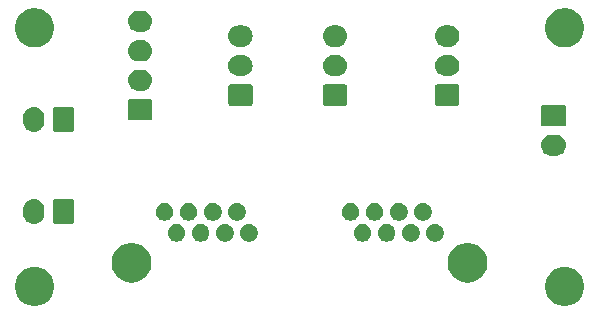
<source format=gbr>
G04 #@! TF.GenerationSoftware,KiCad,Pcbnew,(5.1.5)-3*
G04 #@! TF.CreationDate,2020-06-22T20:56:45+02:00*
G04 #@! TF.ProjectId,PCB Interface imprimante 3d,50434220-496e-4746-9572-666163652069,rev?*
G04 #@! TF.SameCoordinates,Original*
G04 #@! TF.FileFunction,Soldermask,Bot*
G04 #@! TF.FilePolarity,Negative*
%FSLAX46Y46*%
G04 Gerber Fmt 4.6, Leading zero omitted, Abs format (unit mm)*
G04 Created by KiCad (PCBNEW (5.1.5)-3) date 2020-06-22 20:56:45*
%MOMM*%
%LPD*%
G04 APERTURE LIST*
%ADD10C,0.100000*%
G04 APERTURE END LIST*
D10*
G36*
X148825256Y-123841298D02*
G01*
X148931579Y-123862447D01*
X149232042Y-123986903D01*
X149502451Y-124167585D01*
X149732415Y-124397549D01*
X149913097Y-124667958D01*
X150037553Y-124968421D01*
X150101000Y-125287391D01*
X150101000Y-125612609D01*
X150037553Y-125931579D01*
X149913097Y-126232042D01*
X149732415Y-126502451D01*
X149502451Y-126732415D01*
X149232042Y-126913097D01*
X148931579Y-127037553D01*
X148825256Y-127058702D01*
X148612611Y-127101000D01*
X148287389Y-127101000D01*
X148074744Y-127058702D01*
X147968421Y-127037553D01*
X147667958Y-126913097D01*
X147397549Y-126732415D01*
X147167585Y-126502451D01*
X146986903Y-126232042D01*
X146862447Y-125931579D01*
X146799000Y-125612609D01*
X146799000Y-125287391D01*
X146862447Y-124968421D01*
X146986903Y-124667958D01*
X147167585Y-124397549D01*
X147397549Y-124167585D01*
X147667958Y-123986903D01*
X147968421Y-123862447D01*
X148074744Y-123841298D01*
X148287389Y-123799000D01*
X148612611Y-123799000D01*
X148825256Y-123841298D01*
G37*
G36*
X103925256Y-123841298D02*
G01*
X104031579Y-123862447D01*
X104332042Y-123986903D01*
X104602451Y-124167585D01*
X104832415Y-124397549D01*
X105013097Y-124667958D01*
X105137553Y-124968421D01*
X105201000Y-125287391D01*
X105201000Y-125612609D01*
X105137553Y-125931579D01*
X105013097Y-126232042D01*
X104832415Y-126502451D01*
X104602451Y-126732415D01*
X104332042Y-126913097D01*
X104031579Y-127037553D01*
X103925256Y-127058702D01*
X103712611Y-127101000D01*
X103387389Y-127101000D01*
X103174744Y-127058702D01*
X103068421Y-127037553D01*
X102767958Y-126913097D01*
X102497549Y-126732415D01*
X102267585Y-126502451D01*
X102086903Y-126232042D01*
X101962447Y-125931579D01*
X101899000Y-125612609D01*
X101899000Y-125287391D01*
X101962447Y-124968421D01*
X102086903Y-124667958D01*
X102267585Y-124397549D01*
X102497549Y-124167585D01*
X102767958Y-123986903D01*
X103068421Y-123862447D01*
X103174744Y-123841298D01*
X103387389Y-123799000D01*
X103712611Y-123799000D01*
X103925256Y-123841298D01*
G37*
G36*
X112263871Y-121838408D02*
G01*
X112568883Y-121964748D01*
X112843387Y-122148166D01*
X113076834Y-122381613D01*
X113260252Y-122656117D01*
X113386592Y-122961129D01*
X113451000Y-123284928D01*
X113451000Y-123615072D01*
X113386592Y-123938871D01*
X113260252Y-124243883D01*
X113076834Y-124518387D01*
X112843387Y-124751834D01*
X112568883Y-124935252D01*
X112263871Y-125061592D01*
X112101971Y-125093796D01*
X111940073Y-125126000D01*
X111609927Y-125126000D01*
X111448029Y-125093796D01*
X111286129Y-125061592D01*
X110981117Y-124935252D01*
X110706613Y-124751834D01*
X110473166Y-124518387D01*
X110289748Y-124243883D01*
X110163408Y-123938871D01*
X110099000Y-123615072D01*
X110099000Y-123284928D01*
X110163408Y-122961129D01*
X110289748Y-122656117D01*
X110473166Y-122381613D01*
X110706613Y-122148166D01*
X110981117Y-121964748D01*
X111286129Y-121838408D01*
X111609927Y-121774000D01*
X111940073Y-121774000D01*
X112263871Y-121838408D01*
G37*
G36*
X140713871Y-121838408D02*
G01*
X141018883Y-121964748D01*
X141293387Y-122148166D01*
X141526834Y-122381613D01*
X141710252Y-122656117D01*
X141836592Y-122961129D01*
X141901000Y-123284928D01*
X141901000Y-123615072D01*
X141836592Y-123938871D01*
X141710252Y-124243883D01*
X141526834Y-124518387D01*
X141293387Y-124751834D01*
X141018883Y-124935252D01*
X140713871Y-125061592D01*
X140551971Y-125093796D01*
X140390073Y-125126000D01*
X140059927Y-125126000D01*
X139898029Y-125093796D01*
X139736129Y-125061592D01*
X139431117Y-124935252D01*
X139156613Y-124751834D01*
X138923166Y-124518387D01*
X138739748Y-124243883D01*
X138613408Y-123938871D01*
X138549000Y-123615072D01*
X138549000Y-123284928D01*
X138613408Y-122961129D01*
X138739748Y-122656117D01*
X138923166Y-122381613D01*
X139156613Y-122148166D01*
X139431117Y-121964748D01*
X139736129Y-121838408D01*
X140059927Y-121774000D01*
X140390073Y-121774000D01*
X140713871Y-121838408D01*
G37*
G36*
X133594059Y-120187860D02*
G01*
X133730732Y-120244472D01*
X133853735Y-120326660D01*
X133958340Y-120431265D01*
X134040528Y-120554268D01*
X134097140Y-120690941D01*
X134126000Y-120836033D01*
X134126000Y-120983967D01*
X134097140Y-121129059D01*
X134040528Y-121265732D01*
X133958340Y-121388735D01*
X133853735Y-121493340D01*
X133730732Y-121575528D01*
X133730731Y-121575529D01*
X133730730Y-121575529D01*
X133594059Y-121632140D01*
X133448968Y-121661000D01*
X133301032Y-121661000D01*
X133155941Y-121632140D01*
X133019270Y-121575529D01*
X133019269Y-121575529D01*
X133019268Y-121575528D01*
X132896265Y-121493340D01*
X132791660Y-121388735D01*
X132709472Y-121265732D01*
X132652860Y-121129059D01*
X132624000Y-120983967D01*
X132624000Y-120836033D01*
X132652860Y-120690941D01*
X132709472Y-120554268D01*
X132791660Y-120431265D01*
X132896265Y-120326660D01*
X133019268Y-120244472D01*
X133155941Y-120187860D01*
X133301032Y-120159000D01*
X133448968Y-120159000D01*
X133594059Y-120187860D01*
G37*
G36*
X121925059Y-120187860D02*
G01*
X122061732Y-120244472D01*
X122184735Y-120326660D01*
X122289340Y-120431265D01*
X122371528Y-120554268D01*
X122428140Y-120690941D01*
X122457000Y-120836033D01*
X122457000Y-120983967D01*
X122428140Y-121129059D01*
X122371528Y-121265732D01*
X122289340Y-121388735D01*
X122184735Y-121493340D01*
X122061732Y-121575528D01*
X122061731Y-121575529D01*
X122061730Y-121575529D01*
X121925059Y-121632140D01*
X121779968Y-121661000D01*
X121632032Y-121661000D01*
X121486941Y-121632140D01*
X121350270Y-121575529D01*
X121350269Y-121575529D01*
X121350268Y-121575528D01*
X121227265Y-121493340D01*
X121122660Y-121388735D01*
X121040472Y-121265732D01*
X120983860Y-121129059D01*
X120955000Y-120983967D01*
X120955000Y-120836033D01*
X120983860Y-120690941D01*
X121040472Y-120554268D01*
X121122660Y-120431265D01*
X121227265Y-120326660D01*
X121350268Y-120244472D01*
X121486941Y-120187860D01*
X121632032Y-120159000D01*
X121779968Y-120159000D01*
X121925059Y-120187860D01*
G37*
G36*
X119885059Y-120187860D02*
G01*
X120021732Y-120244472D01*
X120144735Y-120326660D01*
X120249340Y-120431265D01*
X120331528Y-120554268D01*
X120388140Y-120690941D01*
X120417000Y-120836033D01*
X120417000Y-120983967D01*
X120388140Y-121129059D01*
X120331528Y-121265732D01*
X120249340Y-121388735D01*
X120144735Y-121493340D01*
X120021732Y-121575528D01*
X120021731Y-121575529D01*
X120021730Y-121575529D01*
X119885059Y-121632140D01*
X119739968Y-121661000D01*
X119592032Y-121661000D01*
X119446941Y-121632140D01*
X119310270Y-121575529D01*
X119310269Y-121575529D01*
X119310268Y-121575528D01*
X119187265Y-121493340D01*
X119082660Y-121388735D01*
X119000472Y-121265732D01*
X118943860Y-121129059D01*
X118915000Y-120983967D01*
X118915000Y-120836033D01*
X118943860Y-120690941D01*
X119000472Y-120554268D01*
X119082660Y-120431265D01*
X119187265Y-120326660D01*
X119310268Y-120244472D01*
X119446941Y-120187860D01*
X119592032Y-120159000D01*
X119739968Y-120159000D01*
X119885059Y-120187860D01*
G37*
G36*
X117845059Y-120187860D02*
G01*
X117981732Y-120244472D01*
X118104735Y-120326660D01*
X118209340Y-120431265D01*
X118291528Y-120554268D01*
X118348140Y-120690941D01*
X118377000Y-120836033D01*
X118377000Y-120983967D01*
X118348140Y-121129059D01*
X118291528Y-121265732D01*
X118209340Y-121388735D01*
X118104735Y-121493340D01*
X117981732Y-121575528D01*
X117981731Y-121575529D01*
X117981730Y-121575529D01*
X117845059Y-121632140D01*
X117699968Y-121661000D01*
X117552032Y-121661000D01*
X117406941Y-121632140D01*
X117270270Y-121575529D01*
X117270269Y-121575529D01*
X117270268Y-121575528D01*
X117147265Y-121493340D01*
X117042660Y-121388735D01*
X116960472Y-121265732D01*
X116903860Y-121129059D01*
X116875000Y-120983967D01*
X116875000Y-120836033D01*
X116903860Y-120690941D01*
X116960472Y-120554268D01*
X117042660Y-120431265D01*
X117147265Y-120326660D01*
X117270268Y-120244472D01*
X117406941Y-120187860D01*
X117552032Y-120159000D01*
X117699968Y-120159000D01*
X117845059Y-120187860D01*
G37*
G36*
X131554059Y-120187860D02*
G01*
X131690732Y-120244472D01*
X131813735Y-120326660D01*
X131918340Y-120431265D01*
X132000528Y-120554268D01*
X132057140Y-120690941D01*
X132086000Y-120836033D01*
X132086000Y-120983967D01*
X132057140Y-121129059D01*
X132000528Y-121265732D01*
X131918340Y-121388735D01*
X131813735Y-121493340D01*
X131690732Y-121575528D01*
X131690731Y-121575529D01*
X131690730Y-121575529D01*
X131554059Y-121632140D01*
X131408968Y-121661000D01*
X131261032Y-121661000D01*
X131115941Y-121632140D01*
X130979270Y-121575529D01*
X130979269Y-121575529D01*
X130979268Y-121575528D01*
X130856265Y-121493340D01*
X130751660Y-121388735D01*
X130669472Y-121265732D01*
X130612860Y-121129059D01*
X130584000Y-120983967D01*
X130584000Y-120836033D01*
X130612860Y-120690941D01*
X130669472Y-120554268D01*
X130751660Y-120431265D01*
X130856265Y-120326660D01*
X130979268Y-120244472D01*
X131115941Y-120187860D01*
X131261032Y-120159000D01*
X131408968Y-120159000D01*
X131554059Y-120187860D01*
G37*
G36*
X115804059Y-120187860D02*
G01*
X115940732Y-120244472D01*
X116063735Y-120326660D01*
X116168340Y-120431265D01*
X116250528Y-120554268D01*
X116307140Y-120690941D01*
X116336000Y-120836033D01*
X116336000Y-120983967D01*
X116307140Y-121129059D01*
X116250528Y-121265732D01*
X116168340Y-121388735D01*
X116063735Y-121493340D01*
X115940732Y-121575528D01*
X115940731Y-121575529D01*
X115940730Y-121575529D01*
X115804059Y-121632140D01*
X115658968Y-121661000D01*
X115511032Y-121661000D01*
X115365941Y-121632140D01*
X115229270Y-121575529D01*
X115229269Y-121575529D01*
X115229268Y-121575528D01*
X115106265Y-121493340D01*
X115001660Y-121388735D01*
X114919472Y-121265732D01*
X114862860Y-121129059D01*
X114834000Y-120983967D01*
X114834000Y-120836033D01*
X114862860Y-120690941D01*
X114919472Y-120554268D01*
X115001660Y-120431265D01*
X115106265Y-120326660D01*
X115229268Y-120244472D01*
X115365941Y-120187860D01*
X115511032Y-120159000D01*
X115658968Y-120159000D01*
X115804059Y-120187860D01*
G37*
G36*
X135634059Y-120187860D02*
G01*
X135770732Y-120244472D01*
X135893735Y-120326660D01*
X135998340Y-120431265D01*
X136080528Y-120554268D01*
X136137140Y-120690941D01*
X136166000Y-120836033D01*
X136166000Y-120983967D01*
X136137140Y-121129059D01*
X136080528Y-121265732D01*
X135998340Y-121388735D01*
X135893735Y-121493340D01*
X135770732Y-121575528D01*
X135770731Y-121575529D01*
X135770730Y-121575529D01*
X135634059Y-121632140D01*
X135488968Y-121661000D01*
X135341032Y-121661000D01*
X135195941Y-121632140D01*
X135059270Y-121575529D01*
X135059269Y-121575529D01*
X135059268Y-121575528D01*
X134936265Y-121493340D01*
X134831660Y-121388735D01*
X134749472Y-121265732D01*
X134692860Y-121129059D01*
X134664000Y-120983967D01*
X134664000Y-120836033D01*
X134692860Y-120690941D01*
X134749472Y-120554268D01*
X134831660Y-120431265D01*
X134936265Y-120326660D01*
X135059268Y-120244472D01*
X135195941Y-120187860D01*
X135341032Y-120159000D01*
X135488968Y-120159000D01*
X135634059Y-120187860D01*
G37*
G36*
X137674059Y-120187860D02*
G01*
X137810732Y-120244472D01*
X137933735Y-120326660D01*
X138038340Y-120431265D01*
X138120528Y-120554268D01*
X138177140Y-120690941D01*
X138206000Y-120836033D01*
X138206000Y-120983967D01*
X138177140Y-121129059D01*
X138120528Y-121265732D01*
X138038340Y-121388735D01*
X137933735Y-121493340D01*
X137810732Y-121575528D01*
X137810731Y-121575529D01*
X137810730Y-121575529D01*
X137674059Y-121632140D01*
X137528968Y-121661000D01*
X137381032Y-121661000D01*
X137235941Y-121632140D01*
X137099270Y-121575529D01*
X137099269Y-121575529D01*
X137099268Y-121575528D01*
X136976265Y-121493340D01*
X136871660Y-121388735D01*
X136789472Y-121265732D01*
X136732860Y-121129059D01*
X136704000Y-120983967D01*
X136704000Y-120836033D01*
X136732860Y-120690941D01*
X136789472Y-120554268D01*
X136871660Y-120431265D01*
X136976265Y-120326660D01*
X137099268Y-120244472D01*
X137235941Y-120187860D01*
X137381032Y-120159000D01*
X137528968Y-120159000D01*
X137674059Y-120187860D01*
G37*
G36*
X103676627Y-118062037D02*
G01*
X103846466Y-118113557D01*
X104002991Y-118197222D01*
X104038729Y-118226552D01*
X104140186Y-118309814D01*
X104220649Y-118407860D01*
X104252778Y-118447009D01*
X104336443Y-118603534D01*
X104387963Y-118773374D01*
X104401000Y-118905743D01*
X104401000Y-119294258D01*
X104387963Y-119426627D01*
X104336443Y-119596466D01*
X104252778Y-119752991D01*
X104223448Y-119788729D01*
X104140186Y-119890186D01*
X104002989Y-120002779D01*
X103846467Y-120086442D01*
X103846465Y-120086443D01*
X103676626Y-120137963D01*
X103500000Y-120155359D01*
X103323373Y-120137963D01*
X103153534Y-120086443D01*
X102997009Y-120002778D01*
X102954750Y-119968097D01*
X102859814Y-119890186D01*
X102747221Y-119752989D01*
X102663558Y-119596467D01*
X102629967Y-119485732D01*
X102612037Y-119426626D01*
X102599000Y-119294257D01*
X102599000Y-118905742D01*
X102612037Y-118773373D01*
X102663557Y-118603534D01*
X102747222Y-118447009D01*
X102859815Y-118309815D01*
X102997010Y-118197222D01*
X103153535Y-118113557D01*
X103323374Y-118062037D01*
X103500000Y-118044641D01*
X103676627Y-118062037D01*
G37*
G36*
X106758600Y-118052989D02*
G01*
X106791652Y-118063015D01*
X106822103Y-118079292D01*
X106848799Y-118101201D01*
X106870708Y-118127897D01*
X106886985Y-118158348D01*
X106897011Y-118191400D01*
X106901000Y-118231903D01*
X106901000Y-119968097D01*
X106897011Y-120008600D01*
X106886985Y-120041652D01*
X106870708Y-120072103D01*
X106848799Y-120098799D01*
X106822103Y-120120708D01*
X106791652Y-120136985D01*
X106758600Y-120147011D01*
X106718097Y-120151000D01*
X105281903Y-120151000D01*
X105241400Y-120147011D01*
X105208348Y-120136985D01*
X105177897Y-120120708D01*
X105151201Y-120098799D01*
X105129292Y-120072103D01*
X105113015Y-120041652D01*
X105102989Y-120008600D01*
X105099000Y-119968097D01*
X105099000Y-118231903D01*
X105102989Y-118191400D01*
X105113015Y-118158348D01*
X105129292Y-118127897D01*
X105151201Y-118101201D01*
X105177897Y-118079292D01*
X105208348Y-118063015D01*
X105241400Y-118052989D01*
X105281903Y-118049000D01*
X106718097Y-118049000D01*
X106758600Y-118052989D01*
G37*
G36*
X134614059Y-118407860D02*
G01*
X134750732Y-118464472D01*
X134873735Y-118546660D01*
X134978340Y-118651265D01*
X135059931Y-118773375D01*
X135060529Y-118774270D01*
X135117140Y-118910941D01*
X135146000Y-119056032D01*
X135146000Y-119203968D01*
X135117140Y-119349059D01*
X135085012Y-119426624D01*
X135060528Y-119485732D01*
X134978340Y-119608735D01*
X134873735Y-119713340D01*
X134750732Y-119795528D01*
X134750731Y-119795529D01*
X134750730Y-119795529D01*
X134614059Y-119852140D01*
X134468968Y-119881000D01*
X134321032Y-119881000D01*
X134175941Y-119852140D01*
X134039270Y-119795529D01*
X134039269Y-119795529D01*
X134039268Y-119795528D01*
X133916265Y-119713340D01*
X133811660Y-119608735D01*
X133729472Y-119485732D01*
X133704989Y-119426624D01*
X133672860Y-119349059D01*
X133644000Y-119203968D01*
X133644000Y-119056032D01*
X133672860Y-118910941D01*
X133729471Y-118774270D01*
X133730069Y-118773375D01*
X133811660Y-118651265D01*
X133916265Y-118546660D01*
X134039268Y-118464472D01*
X134175941Y-118407860D01*
X134321032Y-118379000D01*
X134468968Y-118379000D01*
X134614059Y-118407860D01*
G37*
G36*
X136654059Y-118407860D02*
G01*
X136790732Y-118464472D01*
X136913735Y-118546660D01*
X137018340Y-118651265D01*
X137099931Y-118773375D01*
X137100529Y-118774270D01*
X137157140Y-118910941D01*
X137186000Y-119056032D01*
X137186000Y-119203968D01*
X137157140Y-119349059D01*
X137125012Y-119426624D01*
X137100528Y-119485732D01*
X137018340Y-119608735D01*
X136913735Y-119713340D01*
X136790732Y-119795528D01*
X136790731Y-119795529D01*
X136790730Y-119795529D01*
X136654059Y-119852140D01*
X136508968Y-119881000D01*
X136361032Y-119881000D01*
X136215941Y-119852140D01*
X136079270Y-119795529D01*
X136079269Y-119795529D01*
X136079268Y-119795528D01*
X135956265Y-119713340D01*
X135851660Y-119608735D01*
X135769472Y-119485732D01*
X135744989Y-119426624D01*
X135712860Y-119349059D01*
X135684000Y-119203968D01*
X135684000Y-119056032D01*
X135712860Y-118910941D01*
X135769471Y-118774270D01*
X135770069Y-118773375D01*
X135851660Y-118651265D01*
X135956265Y-118546660D01*
X136079268Y-118464472D01*
X136215941Y-118407860D01*
X136361032Y-118379000D01*
X136508968Y-118379000D01*
X136654059Y-118407860D01*
G37*
G36*
X118865059Y-118407860D02*
G01*
X119001732Y-118464472D01*
X119124735Y-118546660D01*
X119229340Y-118651265D01*
X119310931Y-118773375D01*
X119311529Y-118774270D01*
X119368140Y-118910941D01*
X119397000Y-119056032D01*
X119397000Y-119203968D01*
X119368140Y-119349059D01*
X119336012Y-119426624D01*
X119311528Y-119485732D01*
X119229340Y-119608735D01*
X119124735Y-119713340D01*
X119001732Y-119795528D01*
X119001731Y-119795529D01*
X119001730Y-119795529D01*
X118865059Y-119852140D01*
X118719968Y-119881000D01*
X118572032Y-119881000D01*
X118426941Y-119852140D01*
X118290270Y-119795529D01*
X118290269Y-119795529D01*
X118290268Y-119795528D01*
X118167265Y-119713340D01*
X118062660Y-119608735D01*
X117980472Y-119485732D01*
X117955989Y-119426624D01*
X117923860Y-119349059D01*
X117895000Y-119203968D01*
X117895000Y-119056032D01*
X117923860Y-118910941D01*
X117980471Y-118774270D01*
X117981069Y-118773375D01*
X118062660Y-118651265D01*
X118167265Y-118546660D01*
X118290268Y-118464472D01*
X118426941Y-118407860D01*
X118572032Y-118379000D01*
X118719968Y-118379000D01*
X118865059Y-118407860D01*
G37*
G36*
X132574059Y-118407860D02*
G01*
X132710732Y-118464472D01*
X132833735Y-118546660D01*
X132938340Y-118651265D01*
X133019931Y-118773375D01*
X133020529Y-118774270D01*
X133077140Y-118910941D01*
X133106000Y-119056032D01*
X133106000Y-119203968D01*
X133077140Y-119349059D01*
X133045012Y-119426624D01*
X133020528Y-119485732D01*
X132938340Y-119608735D01*
X132833735Y-119713340D01*
X132710732Y-119795528D01*
X132710731Y-119795529D01*
X132710730Y-119795529D01*
X132574059Y-119852140D01*
X132428968Y-119881000D01*
X132281032Y-119881000D01*
X132135941Y-119852140D01*
X131999270Y-119795529D01*
X131999269Y-119795529D01*
X131999268Y-119795528D01*
X131876265Y-119713340D01*
X131771660Y-119608735D01*
X131689472Y-119485732D01*
X131664989Y-119426624D01*
X131632860Y-119349059D01*
X131604000Y-119203968D01*
X131604000Y-119056032D01*
X131632860Y-118910941D01*
X131689471Y-118774270D01*
X131690069Y-118773375D01*
X131771660Y-118651265D01*
X131876265Y-118546660D01*
X131999268Y-118464472D01*
X132135941Y-118407860D01*
X132281032Y-118379000D01*
X132428968Y-118379000D01*
X132574059Y-118407860D01*
G37*
G36*
X114784059Y-118407860D02*
G01*
X114920732Y-118464472D01*
X115043735Y-118546660D01*
X115148340Y-118651265D01*
X115229931Y-118773375D01*
X115230529Y-118774270D01*
X115287140Y-118910941D01*
X115316000Y-119056032D01*
X115316000Y-119203968D01*
X115287140Y-119349059D01*
X115255012Y-119426624D01*
X115230528Y-119485732D01*
X115148340Y-119608735D01*
X115043735Y-119713340D01*
X114920732Y-119795528D01*
X114920731Y-119795529D01*
X114920730Y-119795529D01*
X114784059Y-119852140D01*
X114638968Y-119881000D01*
X114491032Y-119881000D01*
X114345941Y-119852140D01*
X114209270Y-119795529D01*
X114209269Y-119795529D01*
X114209268Y-119795528D01*
X114086265Y-119713340D01*
X113981660Y-119608735D01*
X113899472Y-119485732D01*
X113874989Y-119426624D01*
X113842860Y-119349059D01*
X113814000Y-119203968D01*
X113814000Y-119056032D01*
X113842860Y-118910941D01*
X113899471Y-118774270D01*
X113900069Y-118773375D01*
X113981660Y-118651265D01*
X114086265Y-118546660D01*
X114209268Y-118464472D01*
X114345941Y-118407860D01*
X114491032Y-118379000D01*
X114638968Y-118379000D01*
X114784059Y-118407860D01*
G37*
G36*
X120905059Y-118407860D02*
G01*
X121041732Y-118464472D01*
X121164735Y-118546660D01*
X121269340Y-118651265D01*
X121350931Y-118773375D01*
X121351529Y-118774270D01*
X121408140Y-118910941D01*
X121437000Y-119056032D01*
X121437000Y-119203968D01*
X121408140Y-119349059D01*
X121376012Y-119426624D01*
X121351528Y-119485732D01*
X121269340Y-119608735D01*
X121164735Y-119713340D01*
X121041732Y-119795528D01*
X121041731Y-119795529D01*
X121041730Y-119795529D01*
X120905059Y-119852140D01*
X120759968Y-119881000D01*
X120612032Y-119881000D01*
X120466941Y-119852140D01*
X120330270Y-119795529D01*
X120330269Y-119795529D01*
X120330268Y-119795528D01*
X120207265Y-119713340D01*
X120102660Y-119608735D01*
X120020472Y-119485732D01*
X119995989Y-119426624D01*
X119963860Y-119349059D01*
X119935000Y-119203968D01*
X119935000Y-119056032D01*
X119963860Y-118910941D01*
X120020471Y-118774270D01*
X120021069Y-118773375D01*
X120102660Y-118651265D01*
X120207265Y-118546660D01*
X120330268Y-118464472D01*
X120466941Y-118407860D01*
X120612032Y-118379000D01*
X120759968Y-118379000D01*
X120905059Y-118407860D01*
G37*
G36*
X130534059Y-118407860D02*
G01*
X130670732Y-118464472D01*
X130793735Y-118546660D01*
X130898340Y-118651265D01*
X130979931Y-118773375D01*
X130980529Y-118774270D01*
X131037140Y-118910941D01*
X131066000Y-119056032D01*
X131066000Y-119203968D01*
X131037140Y-119349059D01*
X131005012Y-119426624D01*
X130980528Y-119485732D01*
X130898340Y-119608735D01*
X130793735Y-119713340D01*
X130670732Y-119795528D01*
X130670731Y-119795529D01*
X130670730Y-119795529D01*
X130534059Y-119852140D01*
X130388968Y-119881000D01*
X130241032Y-119881000D01*
X130095941Y-119852140D01*
X129959270Y-119795529D01*
X129959269Y-119795529D01*
X129959268Y-119795528D01*
X129836265Y-119713340D01*
X129731660Y-119608735D01*
X129649472Y-119485732D01*
X129624989Y-119426624D01*
X129592860Y-119349059D01*
X129564000Y-119203968D01*
X129564000Y-119056032D01*
X129592860Y-118910941D01*
X129649471Y-118774270D01*
X129650069Y-118773375D01*
X129731660Y-118651265D01*
X129836265Y-118546660D01*
X129959268Y-118464472D01*
X130095941Y-118407860D01*
X130241032Y-118379000D01*
X130388968Y-118379000D01*
X130534059Y-118407860D01*
G37*
G36*
X116824059Y-118407860D02*
G01*
X116960732Y-118464472D01*
X117083735Y-118546660D01*
X117188340Y-118651265D01*
X117269931Y-118773375D01*
X117270529Y-118774270D01*
X117327140Y-118910941D01*
X117356000Y-119056032D01*
X117356000Y-119203968D01*
X117327140Y-119349059D01*
X117295012Y-119426624D01*
X117270528Y-119485732D01*
X117188340Y-119608735D01*
X117083735Y-119713340D01*
X116960732Y-119795528D01*
X116960731Y-119795529D01*
X116960730Y-119795529D01*
X116824059Y-119852140D01*
X116678968Y-119881000D01*
X116531032Y-119881000D01*
X116385941Y-119852140D01*
X116249270Y-119795529D01*
X116249269Y-119795529D01*
X116249268Y-119795528D01*
X116126265Y-119713340D01*
X116021660Y-119608735D01*
X115939472Y-119485732D01*
X115914989Y-119426624D01*
X115882860Y-119349059D01*
X115854000Y-119203968D01*
X115854000Y-119056032D01*
X115882860Y-118910941D01*
X115939471Y-118774270D01*
X115940069Y-118773375D01*
X116021660Y-118651265D01*
X116126265Y-118546660D01*
X116249268Y-118464472D01*
X116385941Y-118407860D01*
X116531032Y-118379000D01*
X116678968Y-118379000D01*
X116824059Y-118407860D01*
G37*
G36*
X147760443Y-112605519D02*
G01*
X147826627Y-112612037D01*
X147996466Y-112663557D01*
X148152991Y-112747222D01*
X148188729Y-112776552D01*
X148290186Y-112859814D01*
X148373448Y-112961271D01*
X148402778Y-112997009D01*
X148486443Y-113153534D01*
X148537963Y-113323373D01*
X148555359Y-113500000D01*
X148537963Y-113676627D01*
X148486443Y-113846466D01*
X148402778Y-114002991D01*
X148373448Y-114038729D01*
X148290186Y-114140186D01*
X148188729Y-114223448D01*
X148152991Y-114252778D01*
X147996466Y-114336443D01*
X147826627Y-114387963D01*
X147760443Y-114394481D01*
X147694260Y-114401000D01*
X147305740Y-114401000D01*
X147239557Y-114394481D01*
X147173373Y-114387963D01*
X147003534Y-114336443D01*
X146847009Y-114252778D01*
X146811271Y-114223448D01*
X146709814Y-114140186D01*
X146626552Y-114038729D01*
X146597222Y-114002991D01*
X146513557Y-113846466D01*
X146462037Y-113676627D01*
X146444641Y-113500000D01*
X146462037Y-113323373D01*
X146513557Y-113153534D01*
X146597222Y-112997009D01*
X146626552Y-112961271D01*
X146709814Y-112859814D01*
X146811271Y-112776552D01*
X146847009Y-112747222D01*
X147003534Y-112663557D01*
X147173373Y-112612037D01*
X147239557Y-112605519D01*
X147305740Y-112599000D01*
X147694260Y-112599000D01*
X147760443Y-112605519D01*
G37*
G36*
X103676627Y-110262037D02*
G01*
X103846466Y-110313557D01*
X104002991Y-110397222D01*
X104038729Y-110426552D01*
X104140186Y-110509814D01*
X104223448Y-110611271D01*
X104252778Y-110647009D01*
X104336443Y-110803534D01*
X104387963Y-110973374D01*
X104401000Y-111105743D01*
X104401000Y-111494258D01*
X104387963Y-111626627D01*
X104336443Y-111796466D01*
X104252778Y-111952991D01*
X104223448Y-111988729D01*
X104140186Y-112090186D01*
X104002989Y-112202779D01*
X103846467Y-112286442D01*
X103846465Y-112286443D01*
X103676626Y-112337963D01*
X103500000Y-112355359D01*
X103323373Y-112337963D01*
X103153534Y-112286443D01*
X102997009Y-112202778D01*
X102954750Y-112168097D01*
X102859814Y-112090186D01*
X102747221Y-111952989D01*
X102663558Y-111796467D01*
X102652071Y-111758600D01*
X102612037Y-111626626D01*
X102599000Y-111494257D01*
X102599000Y-111105742D01*
X102612037Y-110973373D01*
X102663557Y-110803534D01*
X102747222Y-110647009D01*
X102859815Y-110509815D01*
X102997010Y-110397222D01*
X103153535Y-110313557D01*
X103323374Y-110262037D01*
X103500000Y-110244641D01*
X103676627Y-110262037D01*
G37*
G36*
X106758600Y-110252989D02*
G01*
X106791652Y-110263015D01*
X106822103Y-110279292D01*
X106848799Y-110301201D01*
X106870708Y-110327897D01*
X106886985Y-110358348D01*
X106897011Y-110391400D01*
X106901000Y-110431903D01*
X106901000Y-112168097D01*
X106897011Y-112208600D01*
X106886985Y-112241652D01*
X106870708Y-112272103D01*
X106848799Y-112298799D01*
X106822103Y-112320708D01*
X106791652Y-112336985D01*
X106758600Y-112347011D01*
X106718097Y-112351000D01*
X105281903Y-112351000D01*
X105241400Y-112347011D01*
X105208348Y-112336985D01*
X105177897Y-112320708D01*
X105151201Y-112298799D01*
X105129292Y-112272103D01*
X105113015Y-112241652D01*
X105102989Y-112208600D01*
X105099000Y-112168097D01*
X105099000Y-110431903D01*
X105102989Y-110391400D01*
X105113015Y-110358348D01*
X105129292Y-110327897D01*
X105151201Y-110301201D01*
X105177897Y-110279292D01*
X105208348Y-110263015D01*
X105241400Y-110252989D01*
X105281903Y-110249000D01*
X106718097Y-110249000D01*
X106758600Y-110252989D01*
G37*
G36*
X148408600Y-110102989D02*
G01*
X148441652Y-110113015D01*
X148472103Y-110129292D01*
X148498799Y-110151201D01*
X148520708Y-110177897D01*
X148536985Y-110208348D01*
X148547011Y-110241400D01*
X148551000Y-110281903D01*
X148551000Y-111718097D01*
X148547011Y-111758600D01*
X148536985Y-111791652D01*
X148520708Y-111822103D01*
X148498799Y-111848799D01*
X148472103Y-111870708D01*
X148441652Y-111886985D01*
X148408600Y-111897011D01*
X148368097Y-111901000D01*
X146631903Y-111901000D01*
X146591400Y-111897011D01*
X146558348Y-111886985D01*
X146527897Y-111870708D01*
X146501201Y-111848799D01*
X146479292Y-111822103D01*
X146463015Y-111791652D01*
X146452989Y-111758600D01*
X146449000Y-111718097D01*
X146449000Y-110281903D01*
X146452989Y-110241400D01*
X146463015Y-110208348D01*
X146479292Y-110177897D01*
X146501201Y-110151201D01*
X146527897Y-110129292D01*
X146558348Y-110113015D01*
X146591400Y-110102989D01*
X146631903Y-110099000D01*
X148368097Y-110099000D01*
X148408600Y-110102989D01*
G37*
G36*
X113383600Y-109602989D02*
G01*
X113416652Y-109613015D01*
X113447103Y-109629292D01*
X113473799Y-109651201D01*
X113495708Y-109677897D01*
X113511985Y-109708348D01*
X113522011Y-109741400D01*
X113526000Y-109781903D01*
X113526000Y-111218097D01*
X113522011Y-111258600D01*
X113511985Y-111291652D01*
X113495708Y-111322103D01*
X113473799Y-111348799D01*
X113447103Y-111370708D01*
X113416652Y-111386985D01*
X113383600Y-111397011D01*
X113343097Y-111401000D01*
X111656903Y-111401000D01*
X111616400Y-111397011D01*
X111583348Y-111386985D01*
X111552897Y-111370708D01*
X111526201Y-111348799D01*
X111504292Y-111322103D01*
X111488015Y-111291652D01*
X111477989Y-111258600D01*
X111474000Y-111218097D01*
X111474000Y-109781903D01*
X111477989Y-109741400D01*
X111488015Y-109708348D01*
X111504292Y-109677897D01*
X111526201Y-109651201D01*
X111552897Y-109629292D01*
X111583348Y-109613015D01*
X111616400Y-109602989D01*
X111656903Y-109599000D01*
X113343097Y-109599000D01*
X113383600Y-109602989D01*
G37*
G36*
X121883600Y-108352989D02*
G01*
X121916652Y-108363015D01*
X121947103Y-108379292D01*
X121973799Y-108401201D01*
X121995708Y-108427897D01*
X122011985Y-108458348D01*
X122022011Y-108491400D01*
X122026000Y-108531903D01*
X122026000Y-109968097D01*
X122022011Y-110008600D01*
X122011985Y-110041652D01*
X121995708Y-110072103D01*
X121973799Y-110098799D01*
X121947103Y-110120708D01*
X121916652Y-110136985D01*
X121883600Y-110147011D01*
X121843097Y-110151000D01*
X120156903Y-110151000D01*
X120116400Y-110147011D01*
X120083348Y-110136985D01*
X120052897Y-110120708D01*
X120026201Y-110098799D01*
X120004292Y-110072103D01*
X119988015Y-110041652D01*
X119977989Y-110008600D01*
X119974000Y-109968097D01*
X119974000Y-108531903D01*
X119977989Y-108491400D01*
X119988015Y-108458348D01*
X120004292Y-108427897D01*
X120026201Y-108401201D01*
X120052897Y-108379292D01*
X120083348Y-108363015D01*
X120116400Y-108352989D01*
X120156903Y-108349000D01*
X121843097Y-108349000D01*
X121883600Y-108352989D01*
G37*
G36*
X129883600Y-108352989D02*
G01*
X129916652Y-108363015D01*
X129947103Y-108379292D01*
X129973799Y-108401201D01*
X129995708Y-108427897D01*
X130011985Y-108458348D01*
X130022011Y-108491400D01*
X130026000Y-108531903D01*
X130026000Y-109968097D01*
X130022011Y-110008600D01*
X130011985Y-110041652D01*
X129995708Y-110072103D01*
X129973799Y-110098799D01*
X129947103Y-110120708D01*
X129916652Y-110136985D01*
X129883600Y-110147011D01*
X129843097Y-110151000D01*
X128156903Y-110151000D01*
X128116400Y-110147011D01*
X128083348Y-110136985D01*
X128052897Y-110120708D01*
X128026201Y-110098799D01*
X128004292Y-110072103D01*
X127988015Y-110041652D01*
X127977989Y-110008600D01*
X127974000Y-109968097D01*
X127974000Y-108531903D01*
X127977989Y-108491400D01*
X127988015Y-108458348D01*
X128004292Y-108427897D01*
X128026201Y-108401201D01*
X128052897Y-108379292D01*
X128083348Y-108363015D01*
X128116400Y-108352989D01*
X128156903Y-108349000D01*
X129843097Y-108349000D01*
X129883600Y-108352989D01*
G37*
G36*
X139383600Y-108352989D02*
G01*
X139416652Y-108363015D01*
X139447103Y-108379292D01*
X139473799Y-108401201D01*
X139495708Y-108427897D01*
X139511985Y-108458348D01*
X139522011Y-108491400D01*
X139526000Y-108531903D01*
X139526000Y-109968097D01*
X139522011Y-110008600D01*
X139511985Y-110041652D01*
X139495708Y-110072103D01*
X139473799Y-110098799D01*
X139447103Y-110120708D01*
X139416652Y-110136985D01*
X139383600Y-110147011D01*
X139343097Y-110151000D01*
X137656903Y-110151000D01*
X137616400Y-110147011D01*
X137583348Y-110136985D01*
X137552897Y-110120708D01*
X137526201Y-110098799D01*
X137504292Y-110072103D01*
X137488015Y-110041652D01*
X137477989Y-110008600D01*
X137474000Y-109968097D01*
X137474000Y-108531903D01*
X137477989Y-108491400D01*
X137488015Y-108458348D01*
X137504292Y-108427897D01*
X137526201Y-108401201D01*
X137552897Y-108379292D01*
X137583348Y-108363015D01*
X137616400Y-108352989D01*
X137656903Y-108349000D01*
X139343097Y-108349000D01*
X139383600Y-108352989D01*
G37*
G36*
X112735443Y-107105519D02*
G01*
X112801627Y-107112037D01*
X112971466Y-107163557D01*
X113127991Y-107247222D01*
X113135020Y-107252991D01*
X113265186Y-107359814D01*
X113348448Y-107461271D01*
X113377778Y-107497009D01*
X113461443Y-107653534D01*
X113512963Y-107823373D01*
X113530359Y-108000000D01*
X113512963Y-108176627D01*
X113461443Y-108346466D01*
X113377778Y-108502991D01*
X113369901Y-108512589D01*
X113265186Y-108640186D01*
X113163729Y-108723448D01*
X113127991Y-108752778D01*
X112971466Y-108836443D01*
X112801627Y-108887963D01*
X112735442Y-108894482D01*
X112669260Y-108901000D01*
X112330740Y-108901000D01*
X112264558Y-108894482D01*
X112198373Y-108887963D01*
X112028534Y-108836443D01*
X111872009Y-108752778D01*
X111836271Y-108723448D01*
X111734814Y-108640186D01*
X111630099Y-108512589D01*
X111622222Y-108502991D01*
X111538557Y-108346466D01*
X111487037Y-108176627D01*
X111469641Y-108000000D01*
X111487037Y-107823373D01*
X111538557Y-107653534D01*
X111622222Y-107497009D01*
X111651552Y-107461271D01*
X111734814Y-107359814D01*
X111864980Y-107252991D01*
X111872009Y-107247222D01*
X112028534Y-107163557D01*
X112198373Y-107112037D01*
X112264557Y-107105519D01*
X112330740Y-107099000D01*
X112669260Y-107099000D01*
X112735443Y-107105519D01*
G37*
G36*
X121235443Y-105855519D02*
G01*
X121301627Y-105862037D01*
X121471466Y-105913557D01*
X121627991Y-105997222D01*
X121635020Y-106002991D01*
X121765186Y-106109814D01*
X121848448Y-106211271D01*
X121877778Y-106247009D01*
X121961443Y-106403534D01*
X122012963Y-106573373D01*
X122030359Y-106750000D01*
X122012963Y-106926627D01*
X121961443Y-107096466D01*
X121877778Y-107252991D01*
X121848448Y-107288729D01*
X121765186Y-107390186D01*
X121663729Y-107473448D01*
X121627991Y-107502778D01*
X121471466Y-107586443D01*
X121301627Y-107637963D01*
X121235442Y-107644482D01*
X121169260Y-107651000D01*
X120830740Y-107651000D01*
X120764558Y-107644482D01*
X120698373Y-107637963D01*
X120528534Y-107586443D01*
X120372009Y-107502778D01*
X120336271Y-107473448D01*
X120234814Y-107390186D01*
X120151552Y-107288729D01*
X120122222Y-107252991D01*
X120038557Y-107096466D01*
X119987037Y-106926627D01*
X119969641Y-106750000D01*
X119987037Y-106573373D01*
X120038557Y-106403534D01*
X120122222Y-106247009D01*
X120151552Y-106211271D01*
X120234814Y-106109814D01*
X120364980Y-106002991D01*
X120372009Y-105997222D01*
X120528534Y-105913557D01*
X120698373Y-105862037D01*
X120764557Y-105855519D01*
X120830740Y-105849000D01*
X121169260Y-105849000D01*
X121235443Y-105855519D01*
G37*
G36*
X138735443Y-105855519D02*
G01*
X138801627Y-105862037D01*
X138971466Y-105913557D01*
X139127991Y-105997222D01*
X139135020Y-106002991D01*
X139265186Y-106109814D01*
X139348448Y-106211271D01*
X139377778Y-106247009D01*
X139461443Y-106403534D01*
X139512963Y-106573373D01*
X139530359Y-106750000D01*
X139512963Y-106926627D01*
X139461443Y-107096466D01*
X139377778Y-107252991D01*
X139348448Y-107288729D01*
X139265186Y-107390186D01*
X139163729Y-107473448D01*
X139127991Y-107502778D01*
X138971466Y-107586443D01*
X138801627Y-107637963D01*
X138735442Y-107644482D01*
X138669260Y-107651000D01*
X138330740Y-107651000D01*
X138264558Y-107644482D01*
X138198373Y-107637963D01*
X138028534Y-107586443D01*
X137872009Y-107502778D01*
X137836271Y-107473448D01*
X137734814Y-107390186D01*
X137651552Y-107288729D01*
X137622222Y-107252991D01*
X137538557Y-107096466D01*
X137487037Y-106926627D01*
X137469641Y-106750000D01*
X137487037Y-106573373D01*
X137538557Y-106403534D01*
X137622222Y-106247009D01*
X137651552Y-106211271D01*
X137734814Y-106109814D01*
X137864980Y-106002991D01*
X137872009Y-105997222D01*
X138028534Y-105913557D01*
X138198373Y-105862037D01*
X138264557Y-105855519D01*
X138330740Y-105849000D01*
X138669260Y-105849000D01*
X138735443Y-105855519D01*
G37*
G36*
X129235443Y-105855519D02*
G01*
X129301627Y-105862037D01*
X129471466Y-105913557D01*
X129627991Y-105997222D01*
X129635020Y-106002991D01*
X129765186Y-106109814D01*
X129848448Y-106211271D01*
X129877778Y-106247009D01*
X129961443Y-106403534D01*
X130012963Y-106573373D01*
X130030359Y-106750000D01*
X130012963Y-106926627D01*
X129961443Y-107096466D01*
X129877778Y-107252991D01*
X129848448Y-107288729D01*
X129765186Y-107390186D01*
X129663729Y-107473448D01*
X129627991Y-107502778D01*
X129471466Y-107586443D01*
X129301627Y-107637963D01*
X129235442Y-107644482D01*
X129169260Y-107651000D01*
X128830740Y-107651000D01*
X128764558Y-107644482D01*
X128698373Y-107637963D01*
X128528534Y-107586443D01*
X128372009Y-107502778D01*
X128336271Y-107473448D01*
X128234814Y-107390186D01*
X128151552Y-107288729D01*
X128122222Y-107252991D01*
X128038557Y-107096466D01*
X127987037Y-106926627D01*
X127969641Y-106750000D01*
X127987037Y-106573373D01*
X128038557Y-106403534D01*
X128122222Y-106247009D01*
X128151552Y-106211271D01*
X128234814Y-106109814D01*
X128364980Y-106002991D01*
X128372009Y-105997222D01*
X128528534Y-105913557D01*
X128698373Y-105862037D01*
X128764557Y-105855519D01*
X128830740Y-105849000D01*
X129169260Y-105849000D01*
X129235443Y-105855519D01*
G37*
G36*
X112735443Y-104605519D02*
G01*
X112801627Y-104612037D01*
X112971466Y-104663557D01*
X113127991Y-104747222D01*
X113135020Y-104752991D01*
X113265186Y-104859814D01*
X113348448Y-104961271D01*
X113377778Y-104997009D01*
X113461443Y-105153534D01*
X113512963Y-105323373D01*
X113530359Y-105500000D01*
X113512963Y-105676627D01*
X113461443Y-105846466D01*
X113377778Y-106002991D01*
X113348448Y-106038729D01*
X113265186Y-106140186D01*
X113163729Y-106223448D01*
X113127991Y-106252778D01*
X112971466Y-106336443D01*
X112801627Y-106387963D01*
X112735442Y-106394482D01*
X112669260Y-106401000D01*
X112330740Y-106401000D01*
X112264558Y-106394482D01*
X112198373Y-106387963D01*
X112028534Y-106336443D01*
X111872009Y-106252778D01*
X111836271Y-106223448D01*
X111734814Y-106140186D01*
X111651552Y-106038729D01*
X111622222Y-106002991D01*
X111538557Y-105846466D01*
X111487037Y-105676627D01*
X111469641Y-105500000D01*
X111487037Y-105323373D01*
X111538557Y-105153534D01*
X111622222Y-104997009D01*
X111651552Y-104961271D01*
X111734814Y-104859814D01*
X111864980Y-104752991D01*
X111872009Y-104747222D01*
X112028534Y-104663557D01*
X112198373Y-104612037D01*
X112264558Y-104605518D01*
X112330740Y-104599000D01*
X112669260Y-104599000D01*
X112735443Y-104605519D01*
G37*
G36*
X103925256Y-101941298D02*
G01*
X104031579Y-101962447D01*
X104332042Y-102086903D01*
X104602451Y-102267585D01*
X104832415Y-102497549D01*
X104936641Y-102653534D01*
X105013098Y-102767960D01*
X105137553Y-103068422D01*
X105201000Y-103387389D01*
X105201000Y-103712611D01*
X105194157Y-103747011D01*
X105137553Y-104031579D01*
X105013097Y-104332042D01*
X104832415Y-104602451D01*
X104602451Y-104832415D01*
X104332042Y-105013097D01*
X104031579Y-105137553D01*
X103963976Y-105151000D01*
X103712611Y-105201000D01*
X103387389Y-105201000D01*
X103136024Y-105151000D01*
X103068421Y-105137553D01*
X102767958Y-105013097D01*
X102497549Y-104832415D01*
X102267585Y-104602451D01*
X102086903Y-104332042D01*
X101962447Y-104031579D01*
X101905843Y-103747011D01*
X101899000Y-103712611D01*
X101899000Y-103387389D01*
X101962447Y-103068422D01*
X102086902Y-102767960D01*
X102163359Y-102653534D01*
X102267585Y-102497549D01*
X102497549Y-102267585D01*
X102767958Y-102086903D01*
X103068421Y-101962447D01*
X103174744Y-101941298D01*
X103387389Y-101899000D01*
X103712611Y-101899000D01*
X103925256Y-101941298D01*
G37*
G36*
X148825256Y-101941298D02*
G01*
X148931579Y-101962447D01*
X149232042Y-102086903D01*
X149502451Y-102267585D01*
X149732415Y-102497549D01*
X149836641Y-102653534D01*
X149913098Y-102767960D01*
X150037553Y-103068422D01*
X150101000Y-103387389D01*
X150101000Y-103712611D01*
X150094157Y-103747011D01*
X150037553Y-104031579D01*
X149913097Y-104332042D01*
X149732415Y-104602451D01*
X149502451Y-104832415D01*
X149232042Y-105013097D01*
X148931579Y-105137553D01*
X148863976Y-105151000D01*
X148612611Y-105201000D01*
X148287389Y-105201000D01*
X148036024Y-105151000D01*
X147968421Y-105137553D01*
X147667958Y-105013097D01*
X147397549Y-104832415D01*
X147167585Y-104602451D01*
X146986903Y-104332042D01*
X146862447Y-104031579D01*
X146805843Y-103747011D01*
X146799000Y-103712611D01*
X146799000Y-103387389D01*
X146862447Y-103068422D01*
X146986902Y-102767960D01*
X147063359Y-102653534D01*
X147167585Y-102497549D01*
X147397549Y-102267585D01*
X147667958Y-102086903D01*
X147968421Y-101962447D01*
X148074744Y-101941298D01*
X148287389Y-101899000D01*
X148612611Y-101899000D01*
X148825256Y-101941298D01*
G37*
G36*
X138735442Y-103355518D02*
G01*
X138801627Y-103362037D01*
X138971466Y-103413557D01*
X139127991Y-103497222D01*
X139135020Y-103502991D01*
X139265186Y-103609814D01*
X139348448Y-103711271D01*
X139377778Y-103747009D01*
X139461443Y-103903534D01*
X139512963Y-104073373D01*
X139530359Y-104250000D01*
X139512963Y-104426627D01*
X139461443Y-104596466D01*
X139377778Y-104752991D01*
X139348448Y-104788729D01*
X139265186Y-104890186D01*
X139163729Y-104973448D01*
X139127991Y-105002778D01*
X138971466Y-105086443D01*
X138801627Y-105137963D01*
X138735442Y-105144482D01*
X138669260Y-105151000D01*
X138330740Y-105151000D01*
X138264558Y-105144482D01*
X138198373Y-105137963D01*
X138028534Y-105086443D01*
X137872009Y-105002778D01*
X137836271Y-104973448D01*
X137734814Y-104890186D01*
X137651552Y-104788729D01*
X137622222Y-104752991D01*
X137538557Y-104596466D01*
X137487037Y-104426627D01*
X137469641Y-104250000D01*
X137487037Y-104073373D01*
X137538557Y-103903534D01*
X137622222Y-103747009D01*
X137651552Y-103711271D01*
X137734814Y-103609814D01*
X137864980Y-103502991D01*
X137872009Y-103497222D01*
X138028534Y-103413557D01*
X138198373Y-103362037D01*
X138264558Y-103355518D01*
X138330740Y-103349000D01*
X138669260Y-103349000D01*
X138735442Y-103355518D01*
G37*
G36*
X121235442Y-103355518D02*
G01*
X121301627Y-103362037D01*
X121471466Y-103413557D01*
X121627991Y-103497222D01*
X121635020Y-103502991D01*
X121765186Y-103609814D01*
X121848448Y-103711271D01*
X121877778Y-103747009D01*
X121961443Y-103903534D01*
X122012963Y-104073373D01*
X122030359Y-104250000D01*
X122012963Y-104426627D01*
X121961443Y-104596466D01*
X121877778Y-104752991D01*
X121848448Y-104788729D01*
X121765186Y-104890186D01*
X121663729Y-104973448D01*
X121627991Y-105002778D01*
X121471466Y-105086443D01*
X121301627Y-105137963D01*
X121235442Y-105144482D01*
X121169260Y-105151000D01*
X120830740Y-105151000D01*
X120764558Y-105144482D01*
X120698373Y-105137963D01*
X120528534Y-105086443D01*
X120372009Y-105002778D01*
X120336271Y-104973448D01*
X120234814Y-104890186D01*
X120151552Y-104788729D01*
X120122222Y-104752991D01*
X120038557Y-104596466D01*
X119987037Y-104426627D01*
X119969641Y-104250000D01*
X119987037Y-104073373D01*
X120038557Y-103903534D01*
X120122222Y-103747009D01*
X120151552Y-103711271D01*
X120234814Y-103609814D01*
X120364980Y-103502991D01*
X120372009Y-103497222D01*
X120528534Y-103413557D01*
X120698373Y-103362037D01*
X120764558Y-103355518D01*
X120830740Y-103349000D01*
X121169260Y-103349000D01*
X121235442Y-103355518D01*
G37*
G36*
X129235442Y-103355518D02*
G01*
X129301627Y-103362037D01*
X129471466Y-103413557D01*
X129627991Y-103497222D01*
X129635020Y-103502991D01*
X129765186Y-103609814D01*
X129848448Y-103711271D01*
X129877778Y-103747009D01*
X129961443Y-103903534D01*
X130012963Y-104073373D01*
X130030359Y-104250000D01*
X130012963Y-104426627D01*
X129961443Y-104596466D01*
X129877778Y-104752991D01*
X129848448Y-104788729D01*
X129765186Y-104890186D01*
X129663729Y-104973448D01*
X129627991Y-105002778D01*
X129471466Y-105086443D01*
X129301627Y-105137963D01*
X129235442Y-105144482D01*
X129169260Y-105151000D01*
X128830740Y-105151000D01*
X128764558Y-105144482D01*
X128698373Y-105137963D01*
X128528534Y-105086443D01*
X128372009Y-105002778D01*
X128336271Y-104973448D01*
X128234814Y-104890186D01*
X128151552Y-104788729D01*
X128122222Y-104752991D01*
X128038557Y-104596466D01*
X127987037Y-104426627D01*
X127969641Y-104250000D01*
X127987037Y-104073373D01*
X128038557Y-103903534D01*
X128122222Y-103747009D01*
X128151552Y-103711271D01*
X128234814Y-103609814D01*
X128364980Y-103502991D01*
X128372009Y-103497222D01*
X128528534Y-103413557D01*
X128698373Y-103362037D01*
X128764558Y-103355518D01*
X128830740Y-103349000D01*
X129169260Y-103349000D01*
X129235442Y-103355518D01*
G37*
G36*
X112735443Y-102105519D02*
G01*
X112801627Y-102112037D01*
X112971466Y-102163557D01*
X113127991Y-102247222D01*
X113152802Y-102267584D01*
X113265186Y-102359814D01*
X113348448Y-102461271D01*
X113377778Y-102497009D01*
X113461443Y-102653534D01*
X113512963Y-102823373D01*
X113530359Y-103000000D01*
X113512963Y-103176627D01*
X113461443Y-103346466D01*
X113377778Y-103502991D01*
X113348448Y-103538729D01*
X113265186Y-103640186D01*
X113163729Y-103723448D01*
X113127991Y-103752778D01*
X112971466Y-103836443D01*
X112801627Y-103887963D01*
X112735442Y-103894482D01*
X112669260Y-103901000D01*
X112330740Y-103901000D01*
X112264558Y-103894482D01*
X112198373Y-103887963D01*
X112028534Y-103836443D01*
X111872009Y-103752778D01*
X111836271Y-103723448D01*
X111734814Y-103640186D01*
X111651552Y-103538729D01*
X111622222Y-103502991D01*
X111538557Y-103346466D01*
X111487037Y-103176627D01*
X111469641Y-103000000D01*
X111487037Y-102823373D01*
X111538557Y-102653534D01*
X111622222Y-102497009D01*
X111651552Y-102461271D01*
X111734814Y-102359814D01*
X111847198Y-102267584D01*
X111872009Y-102247222D01*
X112028534Y-102163557D01*
X112198373Y-102112037D01*
X112264557Y-102105519D01*
X112330740Y-102099000D01*
X112669260Y-102099000D01*
X112735443Y-102105519D01*
G37*
M02*

</source>
